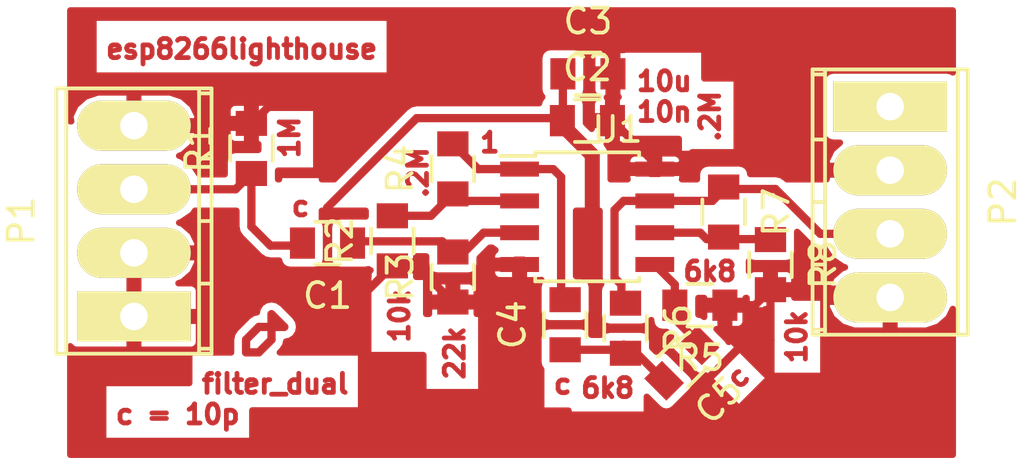
<source format=kicad_pcb>
(kicad_pcb (version 4) (host pcbnew 4.0.6-e0-6349~53~ubuntu16.04.1)

  (general
    (links 31)
    (no_connects 0)
    (area 31.11472 35.5056 72.52528 54.228901)
    (thickness 1.6)
    (drawings 16)
    (tracks 133)
    (zones 0)
    (modules 16)
    (nets 11)
  )

  (page User 139.7 139.7)
  (layers
    (0 F.Cu signal)
    (31 B.Cu signal)
    (32 B.Adhes user)
    (33 F.Adhes user)
    (34 B.Paste user)
    (35 F.Paste user)
    (36 B.SilkS user)
    (37 F.SilkS user)
    (38 B.Mask user)
    (39 F.Mask user)
    (40 Dwgs.User user)
    (41 Cmts.User user)
    (42 Eco1.User user)
    (43 Eco2.User user)
    (44 Edge.Cuts user)
    (45 Margin user)
    (46 B.CrtYd user)
    (47 F.CrtYd user)
    (48 B.Fab user)
    (49 F.Fab user)
  )

  (setup
    (last_trace_width 0.3302)
    (trace_clearance 0.2794)
    (zone_clearance 0.3048)
    (zone_45_only no)
    (trace_min 0.2)
    (segment_width 0.2)
    (edge_width 1.524)
    (via_size 0.6)
    (via_drill 0.4)
    (via_min_size 0.4)
    (via_min_drill 0.3)
    (uvia_size 0.3)
    (uvia_drill 0.1)
    (uvias_allowed no)
    (uvia_min_size 0)
    (uvia_min_drill 0)
    (pcb_text_width 0.1905)
    (pcb_text_size 0.762 0.762)
    (mod_edge_width 0.15)
    (mod_text_size 1 1)
    (mod_text_width 0.15)
    (pad_size 1.99898 4.53898)
    (pad_drill 1.09728)
    (pad_to_mask_clearance 0.2)
    (aux_axis_origin 0 0)
    (visible_elements FFFFFF7F)
    (pcbplotparams
      (layerselection 0x00000_00000001)
      (usegerberextensions false)
      (excludeedgelayer true)
      (linewidth 0.100000)
      (plotframeref false)
      (viasonmask false)
      (mode 1)
      (useauxorigin false)
      (hpglpennumber 1)
      (hpglpenspeed 20)
      (hpglpendiameter 15)
      (hpglpenoverlay 2)
      (psnegative false)
      (psa4output false)
      (plotreference true)
      (plotvalue true)
      (plotinvisibletext false)
      (padsonsilk false)
      (subtractmaskfromsilk false)
      (outputformat 2)
      (mirror false)
      (drillshape 1)
      (scaleselection 1)
      (outputdirectory ""))
  )

  (net 0 "")
  (net 1 "Net-(C1-Pad1)")
  (net 2 "Net-(C1-Pad2)")
  (net 3 GND)
  (net 4 +3V3)
  (net 5 "Net-(C4-Pad1)")
  (net 6 "Net-(C4-Pad2)")
  (net 7 "Net-(C5-Pad1)")
  (net 8 "Net-(P2-Pad3)")
  (net 9 "Net-(R2-Pad2)")
  (net 10 "Net-(R7-Pad2)")

  (net_class Default "This is the default net class."
    (clearance 0.2794)
    (trace_width 0.3302)
    (via_dia 0.6)
    (via_drill 0.4)
    (uvia_dia 0.3)
    (uvia_drill 0.1)
    (add_net +3V3)
    (add_net GND)
    (add_net "Net-(C1-Pad1)")
    (add_net "Net-(C1-Pad2)")
    (add_net "Net-(C4-Pad1)")
    (add_net "Net-(C4-Pad2)")
    (add_net "Net-(C5-Pad1)")
    (add_net "Net-(P2-Pad3)")
    (add_net "Net-(R2-Pad2)")
    (add_net "Net-(R7-Pad2)")
  )

  (module TerminalBlock_Pheonix_MPT-2.54mm_4pol (layer F.Cu) (tedit 58DC02EF) (tstamp 58E64F6A)
    (at 66.87 39.97 270)
    (descr "4-way 2.54mm pitch terminal block, Phoenix MPT series")
    (path /58DC07F2)
    (fp_text reference P2 (at 3.81 -4.50088 270) (layer F.SilkS)
      (effects (font (size 1 1) (thickness 0.15)))
    )
    (fp_text value CONN_01X04 (at 3.81 4.50088 270) (layer F.Fab)
      (effects (font (size 1 1) (thickness 0.15)))
    )
    (fp_line (start -1.778 -3.302) (end 9.398 -3.302) (layer F.CrtYd) (width 0.05))
    (fp_line (start -1.778 3.302) (end -1.778 -3.302) (layer F.CrtYd) (width 0.05))
    (fp_line (start 9.398 3.302) (end -1.778 3.302) (layer F.CrtYd) (width 0.05))
    (fp_line (start 9.398 -3.302) (end 9.398 3.302) (layer F.CrtYd) (width 0.05))
    (fp_line (start 9.11098 -3.0988) (end -1.49098 -3.0988) (layer F.SilkS) (width 0.15))
    (fp_line (start -1.49098 -2.70002) (end 9.11098 -2.70002) (layer F.SilkS) (width 0.15))
    (fp_line (start -1.49098 2.60096) (end 9.11098 2.60096) (layer F.SilkS) (width 0.15))
    (fp_line (start 9.11098 3.0988) (end -1.49098 3.0988) (layer F.SilkS) (width 0.15))
    (fp_line (start 6.30682 2.60096) (end 6.30682 3.0988) (layer F.SilkS) (width 0.15))
    (fp_line (start 3.81 2.60096) (end 3.81 3.0988) (layer F.SilkS) (width 0.15))
    (fp_line (start -1.28778 3.0988) (end -1.28778 2.60096) (layer F.SilkS) (width 0.15))
    (fp_line (start 8.91032 2.60096) (end 8.91032 3.0988) (layer F.SilkS) (width 0.15))
    (fp_line (start 1.31318 3.0988) (end 1.31318 2.60096) (layer F.SilkS) (width 0.15))
    (fp_line (start 9.10844 3.0988) (end 9.10844 -3.0988) (layer F.SilkS) (width 0.15))
    (fp_line (start -1.4859 -3.0988) (end -1.4859 3.0988) (layer F.SilkS) (width 0.15))
    (pad 4 thru_hole oval (at 7.62 0 90) (size 1.99898 4.53898) (drill 1.09728) (layers *.Cu *.Mask F.SilkS)
      (net 3 GND))
    (pad 1 thru_hole rect (at 0 0 90) (size 1.99898 4.53898) (drill 1.09728) (layers *.Cu *.Mask F.SilkS))
    (pad 2 thru_hole oval (at 2.54 0 90) (size 1.99898 4.53898) (drill 1.09728) (layers *.Cu *.Mask F.SilkS)
      (net 4 +3V3))
    (pad 3 thru_hole oval (at 5.08 0 90) (size 1.99898 4.53898) (drill 1.09728) (layers *.Cu *.Mask F.SilkS)
      (net 8 "Net-(P2-Pad3)"))
    (model Terminal_Blocks.3dshapes/TerminalBlock_Pheonix_MPT-2.54mm_4pol.wrl
      (at (xyz 0.15 0 0))
      (scale (xyz 1 1 1))
      (rotate (xyz 0 0 0))
    )
  )

  (module C_0805 (layer F.Cu) (tedit 5415D6EA) (tstamp 58E64F0C)
    (at 44.4 45.42 180)
    (descr "Capacitor SMD 0805, reflow soldering, AVX (see smccp.pdf)")
    (tags "capacitor 0805")
    (path /58DBEC39)
    (attr smd)
    (fp_text reference C1 (at 0 -2.1 180) (layer F.SilkS)
      (effects (font (size 1 1) (thickness 0.15)))
    )
    (fp_text value 10p (at 0 2.1 180) (layer F.Fab)
      (effects (font (size 1 1) (thickness 0.15)))
    )
    (fp_line (start -1.8 -1) (end 1.8 -1) (layer F.CrtYd) (width 0.05))
    (fp_line (start -1.8 1) (end 1.8 1) (layer F.CrtYd) (width 0.05))
    (fp_line (start -1.8 -1) (end -1.8 1) (layer F.CrtYd) (width 0.05))
    (fp_line (start 1.8 -1) (end 1.8 1) (layer F.CrtYd) (width 0.05))
    (fp_line (start 0.5 -0.85) (end -0.5 -0.85) (layer F.SilkS) (width 0.15))
    (fp_line (start -0.5 0.85) (end 0.5 0.85) (layer F.SilkS) (width 0.15))
    (pad 1 smd rect (at -1 0 180) (size 1 1.25) (layers F.Cu F.Paste F.Mask)
      (net 1 "Net-(C1-Pad1)"))
    (pad 2 smd rect (at 1 0 180) (size 1 1.25) (layers F.Cu F.Paste F.Mask)
      (net 2 "Net-(C1-Pad2)"))
    (model Capacitors_SMD.3dshapes/C_0805.wrl
      (at (xyz 0 0 0))
      (scale (xyz 1 1 1))
      (rotate (xyz 0 0 0))
    )
  )

  (module C_0805 (layer F.Cu) (tedit 5415D6EA) (tstamp 58E64F18)
    (at 54.78 40.53)
    (descr "Capacitor SMD 0805, reflow soldering, AVX (see smccp.pdf)")
    (tags "capacitor 0805")
    (path /58DBE9BC)
    (attr smd)
    (fp_text reference C2 (at 0 -2.1) (layer F.SilkS)
      (effects (font (size 1 1) (thickness 0.15)))
    )
    (fp_text value 10n (at 0 2.1) (layer F.Fab)
      (effects (font (size 1 1) (thickness 0.15)))
    )
    (fp_line (start -1.8 -1) (end 1.8 -1) (layer F.CrtYd) (width 0.05))
    (fp_line (start -1.8 1) (end 1.8 1) (layer F.CrtYd) (width 0.05))
    (fp_line (start -1.8 -1) (end -1.8 1) (layer F.CrtYd) (width 0.05))
    (fp_line (start 1.8 -1) (end 1.8 1) (layer F.CrtYd) (width 0.05))
    (fp_line (start 0.5 -0.85) (end -0.5 -0.85) (layer F.SilkS) (width 0.15))
    (fp_line (start -0.5 0.85) (end 0.5 0.85) (layer F.SilkS) (width 0.15))
    (pad 1 smd rect (at -1 0) (size 1 1.25) (layers F.Cu F.Paste F.Mask)
      (net 3 GND))
    (pad 2 smd rect (at 1 0) (size 1 1.25) (layers F.Cu F.Paste F.Mask)
      (net 4 +3V3))
    (model Capacitors_SMD.3dshapes/C_0805.wrl
      (at (xyz 0 0 0))
      (scale (xyz 1 1 1))
      (rotate (xyz 0 0 0))
    )
  )

  (module C_0805 (layer F.Cu) (tedit 5415D6EA) (tstamp 58E64F24)
    (at 54.8 38.66)
    (descr "Capacitor SMD 0805, reflow soldering, AVX (see smccp.pdf)")
    (tags "capacitor 0805")
    (path /58DBEA31)
    (attr smd)
    (fp_text reference C3 (at 0 -2.1) (layer F.SilkS)
      (effects (font (size 1 1) (thickness 0.15)))
    )
    (fp_text value 10u (at 0 2.1) (layer F.Fab)
      (effects (font (size 1 1) (thickness 0.15)))
    )
    (fp_line (start -1.8 -1) (end 1.8 -1) (layer F.CrtYd) (width 0.05))
    (fp_line (start -1.8 1) (end 1.8 1) (layer F.CrtYd) (width 0.05))
    (fp_line (start -1.8 -1) (end -1.8 1) (layer F.CrtYd) (width 0.05))
    (fp_line (start 1.8 -1) (end 1.8 1) (layer F.CrtYd) (width 0.05))
    (fp_line (start 0.5 -0.85) (end -0.5 -0.85) (layer F.SilkS) (width 0.15))
    (fp_line (start -0.5 0.85) (end 0.5 0.85) (layer F.SilkS) (width 0.15))
    (pad 1 smd rect (at -1 0) (size 1 1.25) (layers F.Cu F.Paste F.Mask)
      (net 3 GND))
    (pad 2 smd rect (at 1 0) (size 1 1.25) (layers F.Cu F.Paste F.Mask)
      (net 4 +3V3))
    (model Capacitors_SMD.3dshapes/C_0805.wrl
      (at (xyz 0 0 0))
      (scale (xyz 1 1 1))
      (rotate (xyz 0 0 0))
    )
  )

  (module C_0805 (layer F.Cu) (tedit 58DC0559) (tstamp 58E64F30)
    (at 53.89 48.68 90)
    (descr "Capacitor SMD 0805, reflow soldering, AVX (see smccp.pdf)")
    (tags "capacitor 0805")
    (path /58DC00E2)
    (attr smd)
    (fp_text reference C4 (at 0 -2.1 90) (layer F.SilkS)
      (effects (font (size 1 1) (thickness 0.15)))
    )
    (fp_text value 10p (at 0.03 -0.33 90) (layer F.Fab)
      (effects (font (size 1 1) (thickness 0.15)))
    )
    (fp_line (start -1.8 -1) (end 1.8 -1) (layer F.CrtYd) (width 0.05))
    (fp_line (start -1.8 1) (end 1.8 1) (layer F.CrtYd) (width 0.05))
    (fp_line (start -1.8 -1) (end -1.8 1) (layer F.CrtYd) (width 0.05))
    (fp_line (start 1.8 -1) (end 1.8 1) (layer F.CrtYd) (width 0.05))
    (fp_line (start 0.5 -0.85) (end -0.5 -0.85) (layer F.SilkS) (width 0.15))
    (fp_line (start -0.5 0.85) (end 0.5 0.85) (layer F.SilkS) (width 0.15))
    (pad 1 smd rect (at -1 0 90) (size 1 1.25) (layers F.Cu F.Paste F.Mask)
      (net 5 "Net-(C4-Pad1)"))
    (pad 2 smd rect (at 1 0 90) (size 1 1.25) (layers F.Cu F.Paste F.Mask)
      (net 6 "Net-(C4-Pad2)"))
    (model Capacitors_SMD.3dshapes/C_0805.wrl
      (at (xyz 0 0 0))
      (scale (xyz 1 1 1))
      (rotate (xyz 0 0 0))
    )
  )

  (module C_0805 (layer F.Cu) (tedit 58DC0602) (tstamp 58E64F3C)
    (at 58.55 50.21 225)
    (descr "Capacitor SMD 0805, reflow soldering, AVX (see smccp.pdf)")
    (tags "capacitor 0805")
    (path /58DC01D0)
    (attr smd)
    (fp_text reference C5 (at 0 -2.1 225) (layer F.SilkS)
      (effects (font (size 1 1) (thickness 0.15)))
    )
    (fp_text value 10p (at -0.05 0.26 225) (layer F.Fab)
      (effects (font (size 1 1) (thickness 0.15)))
    )
    (fp_line (start -1.8 -1) (end 1.8 -1) (layer F.CrtYd) (width 0.05))
    (fp_line (start -1.8 1) (end 1.8 1) (layer F.CrtYd) (width 0.05))
    (fp_line (start -1.8 -1) (end -1.8 1) (layer F.CrtYd) (width 0.05))
    (fp_line (start 1.8 -1) (end 1.8 1) (layer F.CrtYd) (width 0.05))
    (fp_line (start 0.5 -0.85) (end -0.5 -0.85) (layer F.SilkS) (width 0.15))
    (fp_line (start -0.5 0.85) (end 0.5 0.85) (layer F.SilkS) (width 0.15))
    (pad 1 smd rect (at -1 0 225) (size 1 1.25) (layers F.Cu F.Paste F.Mask)
      (net 7 "Net-(C5-Pad1)"))
    (pad 2 smd rect (at 1 0 225) (size 1 1.25) (layers F.Cu F.Paste F.Mask)
      (net 5 "Net-(C4-Pad1)"))
    (model Capacitors_SMD.3dshapes/C_0805.wrl
      (at (xyz 0 0 0))
      (scale (xyz 1 1 1))
      (rotate (xyz 0 0 0))
    )
  )

  (module TerminalBlock_Pheonix_MPT-2.54mm_4pol (layer F.Cu) (tedit 58DC02C7) (tstamp 58E64F53)
    (at 36.67 48.35 90)
    (descr "4-way 2.54mm pitch terminal block, Phoenix MPT series")
    (path /58DBE47A)
    (fp_text reference P1 (at 3.81 -4.50088 90) (layer F.SilkS)
      (effects (font (size 1 1) (thickness 0.15)))
    )
    (fp_text value CONN_01X04 (at 3.81 4.50088 90) (layer F.Fab)
      (effects (font (size 1 1) (thickness 0.15)))
    )
    (fp_line (start -1.778 -3.302) (end 9.398 -3.302) (layer F.CrtYd) (width 0.05))
    (fp_line (start -1.778 3.302) (end -1.778 -3.302) (layer F.CrtYd) (width 0.05))
    (fp_line (start 9.398 3.302) (end -1.778 3.302) (layer F.CrtYd) (width 0.05))
    (fp_line (start 9.398 -3.302) (end 9.398 3.302) (layer F.CrtYd) (width 0.05))
    (fp_line (start 9.11098 -3.0988) (end -1.49098 -3.0988) (layer F.SilkS) (width 0.15))
    (fp_line (start -1.49098 -2.70002) (end 9.11098 -2.70002) (layer F.SilkS) (width 0.15))
    (fp_line (start -1.49098 2.60096) (end 9.11098 2.60096) (layer F.SilkS) (width 0.15))
    (fp_line (start 9.11098 3.0988) (end -1.49098 3.0988) (layer F.SilkS) (width 0.15))
    (fp_line (start 6.30682 2.60096) (end 6.30682 3.0988) (layer F.SilkS) (width 0.15))
    (fp_line (start 3.81 2.60096) (end 3.81 3.0988) (layer F.SilkS) (width 0.15))
    (fp_line (start -1.28778 3.0988) (end -1.28778 2.60096) (layer F.SilkS) (width 0.15))
    (fp_line (start 8.91032 2.60096) (end 8.91032 3.0988) (layer F.SilkS) (width 0.15))
    (fp_line (start 1.31318 3.0988) (end 1.31318 2.60096) (layer F.SilkS) (width 0.15))
    (fp_line (start 9.10844 3.0988) (end 9.10844 -3.0988) (layer F.SilkS) (width 0.15))
    (fp_line (start -1.4859 -3.0988) (end -1.4859 3.0988) (layer F.SilkS) (width 0.15))
    (pad 4 thru_hole oval (at 7.62 0 270) (size 1.99898 4.53898) (drill 1.09728) (layers *.Cu *.Mask F.SilkS)
      (net 4 +3V3))
    (pad 1 thru_hole rect (at 0 0 270) (size 1.99898 4.53898) (drill 1.09728) (layers *.Cu *.Mask F.SilkS)
      (net 3 GND))
    (pad 2 thru_hole oval (at 2.54 0 270) (size 1.99898 4.53898) (drill 1.09728) (layers *.Cu *.Mask F.SilkS)
      (net 3 GND))
    (pad 3 thru_hole oval (at 5.08 0 270) (size 1.99898 4.53898) (drill 1.09728) (layers *.Cu *.Mask F.SilkS)
      (net 2 "Net-(C1-Pad2)"))
    (model Terminal_Blocks.3dshapes/TerminalBlock_Pheonix_MPT-2.54mm_4pol.wrl
      (at (xyz 0.15 0 0))
      (scale (xyz 1 1 1))
      (rotate (xyz 0 0 0))
    )
  )

  (module C_0805 (layer F.Cu) (tedit 5415D6EA) (tstamp 58E64F76)
    (at 41.36 41.64 90)
    (descr "Capacitor SMD 0805, reflow soldering, AVX (see smccp.pdf)")
    (tags "capacitor 0805")
    (path /58DBE40A)
    (attr smd)
    (fp_text reference R1 (at 0 -2.1 90) (layer F.SilkS)
      (effects (font (size 1 1) (thickness 0.15)))
    )
    (fp_text value 1M (at 0 2.1 90) (layer F.Fab)
      (effects (font (size 1 1) (thickness 0.15)))
    )
    (fp_line (start -1.8 -1) (end 1.8 -1) (layer F.CrtYd) (width 0.05))
    (fp_line (start -1.8 1) (end 1.8 1) (layer F.CrtYd) (width 0.05))
    (fp_line (start -1.8 -1) (end -1.8 1) (layer F.CrtYd) (width 0.05))
    (fp_line (start 1.8 -1) (end 1.8 1) (layer F.CrtYd) (width 0.05))
    (fp_line (start 0.5 -0.85) (end -0.5 -0.85) (layer F.SilkS) (width 0.15))
    (fp_line (start -0.5 0.85) (end 0.5 0.85) (layer F.SilkS) (width 0.15))
    (pad 1 smd rect (at -1 0 90) (size 1 1.25) (layers F.Cu F.Paste F.Mask)
      (net 2 "Net-(C1-Pad2)"))
    (pad 2 smd rect (at 1 0 90) (size 1 1.25) (layers F.Cu F.Paste F.Mask)
      (net 4 +3V3))
    (model Capacitors_SMD.3dshapes/C_0805.wrl
      (at (xyz 0 0 0))
      (scale (xyz 1 1 1))
      (rotate (xyz 0 0 0))
    )
  )

  (module C_0805 (layer F.Cu) (tedit 5415D6EA) (tstamp 58E64F82)
    (at 46.99 45.33 90)
    (descr "Capacitor SMD 0805, reflow soldering, AVX (see smccp.pdf)")
    (tags "capacitor 0805")
    (path /58DBFEA3)
    (attr smd)
    (fp_text reference R2 (at 0 -2.1 90) (layer F.SilkS)
      (effects (font (size 1 1) (thickness 0.15)))
    )
    (fp_text value 10k (at 0 2.1 90) (layer F.Fab)
      (effects (font (size 1 1) (thickness 0.15)))
    )
    (fp_line (start -1.8 -1) (end 1.8 -1) (layer F.CrtYd) (width 0.05))
    (fp_line (start -1.8 1) (end 1.8 1) (layer F.CrtYd) (width 0.05))
    (fp_line (start -1.8 -1) (end -1.8 1) (layer F.CrtYd) (width 0.05))
    (fp_line (start 1.8 -1) (end 1.8 1) (layer F.CrtYd) (width 0.05))
    (fp_line (start 0.5 -0.85) (end -0.5 -0.85) (layer F.SilkS) (width 0.15))
    (fp_line (start -0.5 0.85) (end 0.5 0.85) (layer F.SilkS) (width 0.15))
    (pad 1 smd rect (at -1 0 90) (size 1 1.25) (layers F.Cu F.Paste F.Mask)
      (net 3 GND))
    (pad 2 smd rect (at 1 0 90) (size 1 1.25) (layers F.Cu F.Paste F.Mask)
      (net 9 "Net-(R2-Pad2)"))
    (model Capacitors_SMD.3dshapes/C_0805.wrl
      (at (xyz 0 0 0))
      (scale (xyz 1 1 1))
      (rotate (xyz 0 0 0))
    )
  )

  (module C_0805 (layer F.Cu) (tedit 5415D6EA) (tstamp 58E64F8E)
    (at 49.406 46.774 90)
    (descr "Capacitor SMD 0805, reflow soldering, AVX (see smccp.pdf)")
    (tags "capacitor 0805")
    (path /58DBFC30)
    (attr smd)
    (fp_text reference R3 (at 0 -2.1 90) (layer F.SilkS)
      (effects (font (size 1 1) (thickness 0.15)))
    )
    (fp_text value 22k (at 0 2.1 90) (layer F.Fab)
      (effects (font (size 1 1) (thickness 0.15)))
    )
    (fp_line (start -1.8 -1) (end 1.8 -1) (layer F.CrtYd) (width 0.05))
    (fp_line (start -1.8 1) (end 1.8 1) (layer F.CrtYd) (width 0.05))
    (fp_line (start -1.8 -1) (end -1.8 1) (layer F.CrtYd) (width 0.05))
    (fp_line (start 1.8 -1) (end 1.8 1) (layer F.CrtYd) (width 0.05))
    (fp_line (start 0.5 -0.85) (end -0.5 -0.85) (layer F.SilkS) (width 0.15))
    (fp_line (start -0.5 0.85) (end 0.5 0.85) (layer F.SilkS) (width 0.15))
    (pad 1 smd rect (at -1 0 90) (size 1 1.25) (layers F.Cu F.Paste F.Mask)
      (net 3 GND))
    (pad 2 smd rect (at 1 0 90) (size 1 1.25) (layers F.Cu F.Paste F.Mask)
      (net 1 "Net-(C1-Pad1)"))
    (model Capacitors_SMD.3dshapes/C_0805.wrl
      (at (xyz 0 0 0))
      (scale (xyz 1 1 1))
      (rotate (xyz 0 0 0))
    )
  )

  (module C_0805 (layer F.Cu) (tedit 5415D6EA) (tstamp 58E64F9A)
    (at 49.406 42.456 90)
    (descr "Capacitor SMD 0805, reflow soldering, AVX (see smccp.pdf)")
    (tags "capacitor 0805")
    (path /58DBFDFF)
    (attr smd)
    (fp_text reference R4 (at 0 -2.1 90) (layer F.SilkS)
      (effects (font (size 1 1) (thickness 0.15)))
    )
    (fp_text value 220k (at 0 2.1 90) (layer F.Fab)
      (effects (font (size 1 1) (thickness 0.15)))
    )
    (fp_line (start -1.8 -1) (end 1.8 -1) (layer F.CrtYd) (width 0.05))
    (fp_line (start -1.8 1) (end 1.8 1) (layer F.CrtYd) (width 0.05))
    (fp_line (start -1.8 -1) (end -1.8 1) (layer F.CrtYd) (width 0.05))
    (fp_line (start 1.8 -1) (end 1.8 1) (layer F.CrtYd) (width 0.05))
    (fp_line (start 0.5 -0.85) (end -0.5 -0.85) (layer F.SilkS) (width 0.15))
    (fp_line (start -0.5 0.85) (end 0.5 0.85) (layer F.SilkS) (width 0.15))
    (pad 1 smd rect (at -1 0 90) (size 1 1.25) (layers F.Cu F.Paste F.Mask)
      (net 9 "Net-(R2-Pad2)"))
    (pad 2 smd rect (at 1 0 90) (size 1 1.25) (layers F.Cu F.Paste F.Mask)
      (net 6 "Net-(C4-Pad2)"))
    (model Capacitors_SMD.3dshapes/C_0805.wrl
      (at (xyz 0 0 0))
      (scale (xyz 1 1 1))
      (rotate (xyz 0 0 0))
    )
  )

  (module C_0805 (layer F.Cu) (tedit 58DC0633) (tstamp 58E64FA6)
    (at 59.27 47.9 180)
    (descr "Capacitor SMD 0805, reflow soldering, AVX (see smccp.pdf)")
    (tags "capacitor 0805")
    (path /58DC02B0)
    (attr smd)
    (fp_text reference R5 (at 0 -2.1 180) (layer F.SilkS)
      (effects (font (size 1 1) (thickness 0.15)))
    )
    (fp_text value 6.8k (at 0.05 0.03 180) (layer F.Fab)
      (effects (font (size 1 1) (thickness 0.15)))
    )
    (fp_line (start -1.8 -1) (end 1.8 -1) (layer F.CrtYd) (width 0.05))
    (fp_line (start -1.8 1) (end 1.8 1) (layer F.CrtYd) (width 0.05))
    (fp_line (start -1.8 -1) (end -1.8 1) (layer F.CrtYd) (width 0.05))
    (fp_line (start 1.8 -1) (end 1.8 1) (layer F.CrtYd) (width 0.05))
    (fp_line (start 0.5 -0.85) (end -0.5 -0.85) (layer F.SilkS) (width 0.15))
    (fp_line (start -0.5 0.85) (end 0.5 0.85) (layer F.SilkS) (width 0.15))
    (pad 1 smd rect (at -1 0 180) (size 1 1.25) (layers F.Cu F.Paste F.Mask)
      (net 3 GND))
    (pad 2 smd rect (at 1 0 180) (size 1 1.25) (layers F.Cu F.Paste F.Mask)
      (net 7 "Net-(C5-Pad1)"))
    (model Capacitors_SMD.3dshapes/C_0805.wrl
      (at (xyz 0 0 0))
      (scale (xyz 1 1 1))
      (rotate (xyz 0 0 0))
    )
  )

  (module C_0805 (layer F.Cu) (tedit 58DC0556) (tstamp 58E64FB2)
    (at 56.3 48.82 270)
    (descr "Capacitor SMD 0805, reflow soldering, AVX (see smccp.pdf)")
    (tags "capacitor 0805")
    (path /58DC044C)
    (attr smd)
    (fp_text reference R6 (at 0 -2.1 270) (layer F.SilkS)
      (effects (font (size 1 1) (thickness 0.15)))
    )
    (fp_text value 6.8k (at 0.27 -0.05 270) (layer F.Fab)
      (effects (font (size 1 1) (thickness 0.15)))
    )
    (fp_line (start -1.8 -1) (end 1.8 -1) (layer F.CrtYd) (width 0.05))
    (fp_line (start -1.8 1) (end 1.8 1) (layer F.CrtYd) (width 0.05))
    (fp_line (start -1.8 -1) (end -1.8 1) (layer F.CrtYd) (width 0.05))
    (fp_line (start 1.8 -1) (end 1.8 1) (layer F.CrtYd) (width 0.05))
    (fp_line (start 0.5 -0.85) (end -0.5 -0.85) (layer F.SilkS) (width 0.15))
    (fp_line (start -0.5 0.85) (end 0.5 0.85) (layer F.SilkS) (width 0.15))
    (pad 1 smd rect (at -1 0 270) (size 1 1.25) (layers F.Cu F.Paste F.Mask)
      (net 8 "Net-(P2-Pad3)"))
    (pad 2 smd rect (at 1 0 270) (size 1 1.25) (layers F.Cu F.Paste F.Mask)
      (net 5 "Net-(C4-Pad1)"))
    (model Capacitors_SMD.3dshapes/C_0805.wrl
      (at (xyz 0 0 0))
      (scale (xyz 1 1 1))
      (rotate (xyz 0 0 0))
    )
  )

  (module C_0805 (layer F.Cu) (tedit 58DC0638) (tstamp 58E64FBE)
    (at 60.22 44.18 270)
    (descr "Capacitor SMD 0805, reflow soldering, AVX (see smccp.pdf)")
    (tags "capacitor 0805")
    (path /58DC0579)
    (attr smd)
    (fp_text reference R7 (at 0 -2.1 270) (layer F.SilkS)
      (effects (font (size 1 1) (thickness 0.15)))
    )
    (fp_text value 220k (at -0.04 0.17 270) (layer F.Fab)
      (effects (font (size 1 1) (thickness 0.15)))
    )
    (fp_line (start -1.8 -1) (end 1.8 -1) (layer F.CrtYd) (width 0.05))
    (fp_line (start -1.8 1) (end 1.8 1) (layer F.CrtYd) (width 0.05))
    (fp_line (start -1.8 -1) (end -1.8 1) (layer F.CrtYd) (width 0.05))
    (fp_line (start 1.8 -1) (end 1.8 1) (layer F.CrtYd) (width 0.05))
    (fp_line (start 0.5 -0.85) (end -0.5 -0.85) (layer F.SilkS) (width 0.15))
    (fp_line (start -0.5 0.85) (end 0.5 0.85) (layer F.SilkS) (width 0.15))
    (pad 1 smd rect (at -1 0 270) (size 1 1.25) (layers F.Cu F.Paste F.Mask)
      (net 8 "Net-(P2-Pad3)"))
    (pad 2 smd rect (at 1 0 270) (size 1 1.25) (layers F.Cu F.Paste F.Mask)
      (net 10 "Net-(R7-Pad2)"))
    (model Capacitors_SMD.3dshapes/C_0805.wrl
      (at (xyz 0 0 0))
      (scale (xyz 1 1 1))
      (rotate (xyz 0 0 0))
    )
  )

  (module C_0805 (layer F.Cu) (tedit 58DC0630) (tstamp 58E64FCA)
    (at 62.09 46.28 270)
    (descr "Capacitor SMD 0805, reflow soldering, AVX (see smccp.pdf)")
    (tags "capacitor 0805")
    (path /58DC05F7)
    (attr smd)
    (fp_text reference R8 (at 0 -2.1 270) (layer F.SilkS)
      (effects (font (size 1 1) (thickness 0.15)))
    )
    (fp_text value 10k (at 0.05 -0.04 270) (layer F.Fab)
      (effects (font (size 1 1) (thickness 0.15)))
    )
    (fp_line (start -1.8 -1) (end 1.8 -1) (layer F.CrtYd) (width 0.05))
    (fp_line (start -1.8 1) (end 1.8 1) (layer F.CrtYd) (width 0.05))
    (fp_line (start -1.8 -1) (end -1.8 1) (layer F.CrtYd) (width 0.05))
    (fp_line (start 1.8 -1) (end 1.8 1) (layer F.CrtYd) (width 0.05))
    (fp_line (start 0.5 -0.85) (end -0.5 -0.85) (layer F.SilkS) (width 0.15))
    (fp_line (start -0.5 0.85) (end 0.5 0.85) (layer F.SilkS) (width 0.15))
    (pad 1 smd rect (at -1 0 270) (size 1 1.25) (layers F.Cu F.Paste F.Mask)
      (net 10 "Net-(R7-Pad2)"))
    (pad 2 smd rect (at 1 0 270) (size 1 1.25) (layers F.Cu F.Paste F.Mask)
      (net 3 GND))
    (model Capacitors_SMD.3dshapes/C_0805.wrl
      (at (xyz 0 0 0))
      (scale (xyz 1 1 1))
      (rotate (xyz 0 0 0))
    )
  )

  (module SOIC-8_3.9x4.9mm_Pitch1.27mm (layer F.Cu) (tedit 58DBFF18) (tstamp 58E64FE1)
    (at 54.77 44.37)
    (descr "8-Lead Plastic Small Outline (SN) - Narrow, 3.90 mm Body [SOIC] (see Microchip Packaging Specification 00000049BS.pdf)")
    (tags "SOIC 1.27")
    (path /58DBDD37)
    (attr smd)
    (fp_text reference U1 (at 1.2089 -3.4836) (layer F.SilkS)
      (effects (font (size 1 1) (thickness 0.15)))
    )
    (fp_text value DUALOPAMP (at 0 3.5) (layer F.Fab)
      (effects (font (size 1 1) (thickness 0.15)))
    )
    (fp_line (start -3.75 -2.75) (end -3.75 2.75) (layer F.CrtYd) (width 0.05))
    (fp_line (start 3.75 -2.75) (end 3.75 2.75) (layer F.CrtYd) (width 0.05))
    (fp_line (start -3.75 -2.75) (end 3.75 -2.75) (layer F.CrtYd) (width 0.05))
    (fp_line (start -3.75 2.75) (end 3.75 2.75) (layer F.CrtYd) (width 0.05))
    (fp_line (start -2.075 -2.575) (end -2.075 -2.43) (layer F.SilkS) (width 0.15))
    (fp_line (start 2.075 -2.575) (end 2.075 -2.43) (layer F.SilkS) (width 0.15))
    (fp_line (start 2.075 2.575) (end 2.075 2.43) (layer F.SilkS) (width 0.15))
    (fp_line (start -2.075 2.575) (end -2.075 2.43) (layer F.SilkS) (width 0.15))
    (fp_line (start -2.075 -2.575) (end 2.075 -2.575) (layer F.SilkS) (width 0.15))
    (fp_line (start -2.075 2.575) (end 2.075 2.575) (layer F.SilkS) (width 0.15))
    (fp_line (start -2.075 -2.43) (end -3.475 -2.43) (layer F.SilkS) (width 0.15))
    (pad 1 smd rect (at -2.7 -1.905) (size 1.55 0.6) (layers F.Cu F.Paste F.Mask)
      (net 6 "Net-(C4-Pad2)"))
    (pad 2 smd rect (at -2.7 -0.635) (size 1.55 0.6) (layers F.Cu F.Paste F.Mask)
      (net 9 "Net-(R2-Pad2)"))
    (pad 3 smd rect (at -2.7 0.635) (size 1.55 0.6) (layers F.Cu F.Paste F.Mask)
      (net 1 "Net-(C1-Pad1)"))
    (pad 4 smd rect (at -2.7 1.905) (size 1.55 0.6) (layers F.Cu F.Paste F.Mask)
      (net 3 GND))
    (pad 5 smd rect (at 2.7 1.905) (size 1.55 0.6) (layers F.Cu F.Paste F.Mask)
      (net 7 "Net-(C5-Pad1)"))
    (pad 6 smd rect (at 2.7 0.635) (size 1.55 0.6) (layers F.Cu F.Paste F.Mask)
      (net 10 "Net-(R7-Pad2)"))
    (pad 7 smd rect (at 2.7 -0.635) (size 1.55 0.6) (layers F.Cu F.Paste F.Mask)
      (net 8 "Net-(P2-Pad3)"))
    (pad 8 smd rect (at 2.7 -1.905) (size 1.55 0.6) (layers F.Cu F.Paste F.Mask)
      (net 4 +3V3))
    (model Housings_SOIC.3dshapes/SOIC-8_3.9x4.9mm_Pitch1.27mm.wrl
      (at (xyz 0 0 0))
      (scale (xyz 1 1 1))
      (rotate (xyz 0 0 0))
    )
  )

  (gr_text esp8266lighthouse (at 40.97 37.67) (layer F.Cu)
    (effects (font (size 0.762 0.762) (thickness 0.1905)))
  )
  (gr_text 10k (at 63.14 49.16 90) (layer F.Cu)
    (effects (font (size 0.762 0.762) (thickness 0.1905)))
  )
  (gr_text .2M (at 59.68 40.35 90) (layer F.Cu)
    (effects (font (size 0.762 0.762) (thickness 0.1905)))
  )
  (gr_text 6k8 (at 59.67 46.55) (layer F.Cu)
    (effects (font (size 0.762 0.762) (thickness 0.1905)))
  )
  (gr_text c (at 60.79 50.77 45) (layer F.Cu)
    (effects (font (size 0.762 0.762) (thickness 0.1905)))
  )
  (gr_text 6k8 (at 55.59 51.21) (layer F.Cu)
    (effects (font (size 0.762 0.762) (thickness 0.1905)))
  )
  (gr_text "10u\n10n" (at 57.85 39.57) (layer F.Cu)
    (effects (font (size 0.762 0.762) (thickness 0.1905)))
  )
  (gr_text filter_dual (at 42.31 51.04) (layer F.Cu)
    (effects (font (size 0.762 0.762) (thickness 0.1905)))
  )
  (gr_text "c = 10p" (at 38.42 52.26) (layer F.Cu)
    (effects (font (size 0.762 0.762) (thickness 0.1905)))
  )
  (gr_text c (at 53.79 51.05) (layer F.Cu)
    (effects (font (size 0.762 0.762) (thickness 0.1905)))
  )
  (gr_text 22k (at 49.48 49.81 90) (layer F.Cu)
    (effects (font (size 0.762 0.762) (thickness 0.1905)))
  )
  (gr_text 1M (at 42.89 41.2 90) (layer F.Cu)
    (effects (font (size 0.762 0.762) (thickness 0.1905)))
  )
  (gr_text c (at 43.32 43.95) (layer F.Cu)
    (effects (font (size 0.762 0.762) (thickness 0.1905)))
  )
  (gr_text 10k (at 47.28 48.33 90) (layer F.Cu)
    (effects (font (size 0.762 0.762) (thickness 0.1905)))
  )
  (gr_text .2M (at 48.01 42.6 90) (layer F.Cu)
    (effects (font (size 0.762 0.762) (thickness 0.1905)))
  )
  (gr_text 1 (at 50.88 41.41) (layer F.Cu)
    (effects (font (size 0.762 0.762) (thickness 0.1905)))
  )

  (segment (start 41.148 49.784) (end 41.656 49.784) (width 0.3302) (layer F.Cu) (net 0))
  (segment (start 41.148 49.276) (end 41.148 49.784) (width 0.3302) (layer F.Cu) (net 0) (tstamp 58E14904))
  (segment (start 41.656 48.768) (end 41.148 49.276) (width 0.3302) (layer F.Cu) (net 0) (tstamp 58E14903))
  (segment (start 42.164 48.768) (end 41.656 48.768) (width 0.3302) (layer F.Cu) (net 0) (tstamp 58E14902))
  (segment (start 42.164 49.276) (end 42.164 48.768) (width 0.3302) (layer F.Cu) (net 0) (tstamp 58E148FE))
  (segment (start 41.656 49.784) (end 42.164 49.276) (width 0.3302) (layer F.Cu) (net 0) (tstamp 58E148FD))
  (segment (start 42.164 48.768) (end 42.672 48.768) (width 0.3302) (layer F.Cu) (net 0) (tstamp 58E148FF))
  (segment (start 42.672 48.768) (end 42.164 48.26) (width 0.3302) (layer F.Cu) (net 0) (tstamp 58E14900))
  (segment (start 42.164 48.26) (end 42.164 48.768) (width 0.3302) (layer F.Cu) (net 0) (tstamp 58E14901))
  (segment (start 49.406 45.774) (end 49.866 45.774) (width 0.3302) (layer F.Cu) (net 1))
  (segment (start 49.866 45.774) (end 50.635 45.005) (width 0.3302) (layer F.Cu) (net 1) (tstamp 58E65317))
  (segment (start 50.635 45.005) (end 52.07 45.005) (width 0.3302) (layer F.Cu) (net 1) (tstamp 58E65318))
  (segment (start 45.36 45.35) (end 48.982 45.35) (width 0.3302) (layer F.Cu) (net 1) (tstamp 58E651BE))
  (segment (start 45.27 45.44) (end 45.36 45.35) (width 0.3302) (layer F.Cu) (net 1) (tstamp 58E651BD))
  (segment (start 48.982 45.35) (end 49.406 45.774) (width 0.3302) (layer F.Cu) (net 1) (tstamp 58E651BF))
  (segment (start 42.12 45.52) (end 43.3 45.52) (width 0.3302) (layer F.Cu) (net 2))
  (segment (start 43.3 45.52) (end 43.4 45.42) (width 0.3302) (layer F.Cu) (net 2) (tstamp 58E65594))
  (segment (start 36.67 43.27) (end 40.73 43.27) (width 0.3302) (layer F.Cu) (net 2))
  (segment (start 40.73 43.27) (end 41.36 42.64) (width 0.3302) (layer F.Cu) (net 2) (tstamp 58E651CB))
  (segment (start 41.36 42.64) (end 41.36 44.76) (width 0.3302) (layer F.Cu) (net 2))
  (segment (start 41.36 44.76) (end 42.12 45.52) (width 0.3302) (layer F.Cu) (net 2) (tstamp 58E651C8))
  (segment (start 42.12 45.52) (end 42.04 45.44) (width 0.3302) (layer F.Cu) (net 2) (tstamp 58E65592))
  (segment (start 59.44 51.1) (end 59.44 51) (width 0.3302) (layer F.Cu) (net 3))
  (segment (start 61.15 49.29) (end 62.09 49.29) (width 0.3302) (layer F.Cu) (net 3) (tstamp 58E656B7))
  (segment (start 59.44 51) (end 61.15 49.29) (width 0.3302) (layer F.Cu) (net 3) (tstamp 58E656B6))
  (segment (start 54.88 48.68) (end 55.08 48.68) (width 0.3302) (layer F.Cu) (net 3))
  (segment (start 60.41 52.07) (end 60.83 52.07) (width 0.3302) (layer F.Cu) (net 3) (tstamp 58E656A2))
  (segment (start 57.62 49.28) (end 59.44 51.1) (width 0.3302) (layer F.Cu) (net 3) (tstamp 58E656A1))
  (segment (start 59.44 51.1) (end 60.41 52.07) (width 0.3302) (layer F.Cu) (net 3) (tstamp 58E656B4))
  (segment (start 57.62 49.15) (end 57.62 49.28) (width 0.3302) (layer F.Cu) (net 3) (tstamp 58E656A0))
  (segment (start 57.27 48.8) (end 57.62 49.15) (width 0.3302) (layer F.Cu) (net 3) (tstamp 58E6569F))
  (segment (start 55.2 48.8) (end 57.27 48.8) (width 0.3302) (layer F.Cu) (net 3) (tstamp 58E6569E))
  (segment (start 55.08 48.68) (end 55.2 48.8) (width 0.3302) (layer F.Cu) (net 3) (tstamp 58E6569D))
  (segment (start 53.78 40.53) (end 53.78 40.9) (width 0.3302) (layer F.Cu) (net 3))
  (segment (start 53.78 40.9) (end 54.84 41.96) (width 0.3302) (layer F.Cu) (net 3) (tstamp 58E6562C))
  (segment (start 54.84 46.47) (end 55.11 46.74) (width 0.3302) (layer F.Cu) (net 3) (tstamp 58E6562E))
  (segment (start 54.84 41.96) (end 54.84 46.47) (width 0.3302) (layer F.Cu) (net 3) (tstamp 58E6562D))
  (segment (start 44.39 47.29) (end 44.39 44) (width 0.3302) (layer F.Cu) (net 3))
  (segment (start 47.96 40.43) (end 53.68 40.43) (width 0.3302) (layer F.Cu) (net 3) (tstamp 58E6559A))
  (segment (start 44.39 44) (end 47.96 40.43) (width 0.3302) (layer F.Cu) (net 3) (tstamp 58E65599))
  (segment (start 53.68 40.43) (end 53.78 40.53) (width 0.3302) (layer F.Cu) (net 3) (tstamp 58E6559C))
  (segment (start 52.994399 53.784399) (end 59.115601 53.784399) (width 0.3302) (layer F.Cu) (net 3))
  (segment (start 59.115601 53.784399) (end 60.83 52.07) (width 0.3302) (layer F.Cu) (net 3))
  (segment (start 52.16 52.95) (end 52.994399 53.784399) (width 0.3302) (layer F.Cu) (net 3))
  (segment (start 52.16 48.45) (end 52.16 52.95) (width 0.3302) (layer F.Cu) (net 3))
  (segment (start 60.83 52.07) (end 62.09 50.81) (width 0.3302) (layer F.Cu) (net 3) (tstamp 58E656A5))
  (segment (start 62.09 50.81) (end 62.09 49.29) (width 0.3302) (layer F.Cu) (net 3))
  (segment (start 62.09 49.29) (end 62.09 47.28) (width 0.3302) (layer F.Cu) (net 3) (tstamp 58E656BA))
  (segment (start 62.09 47.28) (end 66.56 47.28) (width 0.3302) (layer F.Cu) (net 3))
  (segment (start 66.56 47.28) (end 66.87 47.59) (width 0.3302) (layer F.Cu) (net 3) (tstamp 58E6543E))
  (segment (start 51.42 47.62) (end 51.42 47.71) (width 0.3302) (layer F.Cu) (net 3))
  (segment (start 55.11 41.86) (end 53.78 40.53) (width 0.3302) (layer F.Cu) (net 3) (tstamp 58E65406))
  (segment (start 55.11 48.45) (end 55.11 46.74) (width 0.3302) (layer F.Cu) (net 3) (tstamp 58E65405))
  (segment (start 55.11 46.74) (end 55.11 41.86) (width 0.3302) (layer F.Cu) (net 3) (tstamp 58E65631))
  (segment (start 54.88 48.68) (end 55.11 48.45) (width 0.3302) (layer F.Cu) (net 3) (tstamp 58E65404))
  (segment (start 52.39 48.68) (end 54.88 48.68) (width 0.3302) (layer F.Cu) (net 3) (tstamp 58E65403))
  (segment (start 51.42 47.71) (end 52.16 48.45) (width 0.3302) (layer F.Cu) (net 3) (tstamp 58E65402))
  (segment (start 52.16 48.45) (end 52.39 48.68) (width 0.3302) (layer F.Cu) (net 3) (tstamp 58E65430))
  (segment (start 49.406 47.774) (end 51.266 47.774) (width 0.3302) (layer F.Cu) (net 3))
  (segment (start 51.266 47.774) (end 51.42 47.62) (width 0.3302) (layer F.Cu) (net 3) (tstamp 58E65312))
  (segment (start 51.42 47.62) (end 52.07 46.97) (width 0.3302) (layer F.Cu) (net 3) (tstamp 58E65400))
  (segment (start 36.67 48.35) (end 39.97 48.35) (width 0.3302) (layer F.Cu) (net 3))
  (segment (start 39.97 48.35) (end 41.03 47.29) (width 0.3302) (layer F.Cu) (net 3) (tstamp 58E6530D))
  (segment (start 52.07 46.97) (end 52.07 46.275) (width 0.3302) (layer F.Cu) (net 3) (tstamp 58E65315))
  (segment (start 60.27 47.9) (end 61.47 47.9) (width 0.3302) (layer F.Cu) (net 3))
  (segment (start 61.47 47.9) (end 62.09 47.28) (width 0.3302) (layer F.Cu) (net 3) (tstamp 58E65302))
  (segment (start 53.8 38.66) (end 53.8 40.51) (width 0.3302) (layer F.Cu) (net 3))
  (segment (start 53.8 40.51) (end 53.78 40.53) (width 0.3302) (layer F.Cu) (net 3) (tstamp 58E65256))
  (segment (start 36.67 45.81) (end 39.52 45.81) (width 0.3302) (layer F.Cu) (net 3))
  (segment (start 46.03 47.29) (end 46.99 46.33) (width 0.3302) (layer F.Cu) (net 3) (tstamp 58E651D2))
  (segment (start 41 47.29) (end 41.03 47.29) (width 0.3302) (layer F.Cu) (net 3) (tstamp 58E651D0))
  (segment (start 41.03 47.29) (end 44.39 47.29) (width 0.3302) (layer F.Cu) (net 3) (tstamp 58E65310))
  (segment (start 44.39 47.29) (end 46.03 47.29) (width 0.3302) (layer F.Cu) (net 3) (tstamp 58E65597))
  (segment (start 39.52 45.81) (end 41 47.29) (width 0.3302) (layer F.Cu) (net 3) (tstamp 58E651CE))
  (segment (start 46.99 46.33) (end 47.962 46.33) (width 0.3302) (layer F.Cu) (net 3))
  (segment (start 47.962 46.33) (end 49.406 47.774) (width 0.3302) (layer F.Cu) (net 3) (tstamp 58E651C5))
  (segment (start 41.36 40.64) (end 41.38 40.64) (width 0.3302) (layer F.Cu) (net 4))
  (segment (start 41.38 40.64) (end 42.04 39.98) (width 0.3302) (layer F.Cu) (net 4) (tstamp 58E65622))
  (segment (start 55.8 37.62) (end 55.8 38.66) (width 0.3302) (layer F.Cu) (net 4) (tstamp 58E65629))
  (segment (start 55.54 37.36) (end 55.8 37.62) (width 0.3302) (layer F.Cu) (net 4) (tstamp 58E65628))
  (segment (start 52.58 37.36) (end 55.54 37.36) (width 0.3302) (layer F.Cu) (net 4) (tstamp 58E65627))
  (segment (start 51.02 38.92) (end 52.58 37.36) (width 0.3302) (layer F.Cu) (net 4) (tstamp 58E65626))
  (segment (start 48.05 38.92) (end 51.02 38.92) (width 0.3302) (layer F.Cu) (net 4) (tstamp 58E65625))
  (segment (start 46.99 39.98) (end 48.05 38.92) (width 0.3302) (layer F.Cu) (net 4) (tstamp 58E65624))
  (segment (start 42.04 39.98) (end 46.99 39.98) (width 0.3302) (layer F.Cu) (net 4) (tstamp 58E65623))
  (segment (start 66.87 42.51) (end 62.88 42.51) (width 0.3302) (layer F.Cu) (net 4))
  (segment (start 58.345 42.465) (end 57.47 42.465) (width 0.3302) (layer F.Cu) (net 4) (tstamp 58E65456))
  (segment (start 58.98 41.83) (end 58.345 42.465) (width 0.3302) (layer F.Cu) (net 4) (tstamp 58E65455))
  (segment (start 62.2 41.83) (end 58.98 41.83) (width 0.3302) (layer F.Cu) (net 4) (tstamp 58E65454))
  (segment (start 62.88 42.51) (end 62.2 41.83) (width 0.3302) (layer F.Cu) (net 4) (tstamp 58E65453))
  (segment (start 66.87 42.51) (end 65.93 42.51) (width 0.3302) (layer F.Cu) (net 4))
  (segment (start 55.78 40.53) (end 55.78 38.68) (width 0.3302) (layer F.Cu) (net 4))
  (segment (start 55.78 38.68) (end 55.8 38.66) (width 0.3302) (layer F.Cu) (net 4) (tstamp 58E65253))
  (segment (start 57.47 42.465) (end 57.47 42.22) (width 0.3302) (layer F.Cu) (net 4))
  (segment (start 57.47 42.22) (end 55.78 40.53) (width 0.3302) (layer F.Cu) (net 4) (tstamp 58E65250))
  (segment (start 41.36 40.64) (end 36.76 40.64) (width 0.3302) (layer F.Cu) (net 4))
  (segment (start 36.76 40.64) (end 36.67 40.73) (width 0.3302) (layer F.Cu) (net 4) (tstamp 58E651D5))
  (segment (start 56.3 49.82) (end 56.745786 49.82) (width 0.3302) (layer F.Cu) (net 5))
  (segment (start 56.745786 49.82) (end 57.842893 50.917107) (width 0.3302) (layer F.Cu) (net 5) (tstamp 58E6569A))
  (segment (start 53.89 49.68) (end 56.16 49.68) (width 0.3302) (layer F.Cu) (net 5))
  (segment (start 56.16 49.68) (end 56.3 49.82) (width 0.3302) (layer F.Cu) (net 5) (tstamp 58E65697))
  (segment (start 56.23 49.47) (end 56.12 49.58) (width 0.3302) (layer F.Cu) (net 5) (tstamp 58E65647))
  (segment (start 52.07 42.465) (end 53.415 42.465) (width 0.3302) (layer F.Cu) (net 6))
  (segment (start 53.415 42.465) (end 53.72908 42.77908) (width 0.3302) (layer F.Cu) (net 6))
  (segment (start 53.72908 42.77908) (end 53.72908 47.51908) (width 0.3302) (layer F.Cu) (net 6))
  (segment (start 53.72908 47.51908) (end 53.89 47.68) (width 0.3302) (layer F.Cu) (net 6))
  (segment (start 52.07 42.465) (end 50.415 42.465) (width 0.3302) (layer F.Cu) (net 6))
  (segment (start 50.415 42.465) (end 49.406 41.456) (width 0.3302) (layer F.Cu) (net 6) (tstamp 58E651D9))
  (segment (start 59.257107 49.502893) (end 59.257107 49.437107) (width 0.3302) (layer F.Cu) (net 7))
  (segment (start 59.257107 49.437107) (end 58.27 48.45) (width 0.3302) (layer F.Cu) (net 7) (tstamp 58E656A7))
  (segment (start 58.27 48.45) (end 58.27 47.9) (width 0.3302) (layer F.Cu) (net 7) (tstamp 58E656A8))
  (segment (start 58.27 47.9) (end 58.27 47.075) (width 0.3302) (layer F.Cu) (net 7))
  (segment (start 58.27 47.075) (end 57.47 46.275) (width 0.3302) (layer F.Cu) (net 7) (tstamp 58E652D4))
  (segment (start 56.137 47.0788) (end 56.137 47.657) (width 0.3302) (layer F.Cu) (net 8))
  (segment (start 56.137 47.657) (end 56.3 47.82) (width 0.3302) (layer F.Cu) (net 8))
  (segment (start 56.137 47.0788) (end 55.86268 46.80448) (width 0.3302) (layer F.Cu) (net 8))
  (segment (start 55.86268 46.80448) (end 55.86268 44.09732) (width 0.3302) (layer F.Cu) (net 8))
  (segment (start 55.86268 44.09732) (end 56.225 43.735) (width 0.3302) (layer F.Cu) (net 8))
  (segment (start 56.225 43.735) (end 57.47 43.735) (width 0.3302) (layer F.Cu) (net 8))
  (segment (start 66.87 45.05) (end 64.08 45.05) (width 0.3302) (layer F.Cu) (net 8))
  (segment (start 62.29 43.26) (end 60.25 43.26) (width 0.3302) (layer F.Cu) (net 8) (tstamp 58E6544E))
  (segment (start 64.08 45.05) (end 62.29 43.26) (width 0.3302) (layer F.Cu) (net 8) (tstamp 58E6544D))
  (segment (start 57.47 43.735) (end 59.775 43.735) (width 0.3302) (layer F.Cu) (net 8))
  (segment (start 59.775 43.735) (end 60.25 43.26) (width 0.3302) (layer F.Cu) (net 8) (tstamp 58E6535D))
  (segment (start 52.07 43.735) (end 49.685 43.735) (width 0.3302) (layer F.Cu) (net 9))
  (segment (start 49.685 43.735) (end 49.406 43.456) (width 0.3302) (layer F.Cu) (net 9) (tstamp 58E6531B))
  (segment (start 46.99 44.33) (end 48.532 44.33) (width 0.3302) (layer F.Cu) (net 9))
  (segment (start 48.532 44.33) (end 49.406 43.456) (width 0.3302) (layer F.Cu) (net 9) (tstamp 58E651C2))
  (segment (start 60.25 45.26) (end 62.07 45.26) (width 0.3302) (layer F.Cu) (net 10))
  (segment (start 62.07 45.26) (end 62.09 45.28) (width 0.3302) (layer F.Cu) (net 10) (tstamp 58E652DE))
  (segment (start 60.25 45.26) (end 59.54 45.26) (width 0.3302) (layer F.Cu) (net 10))
  (segment (start 59.285 45.005) (end 57.47 45.005) (width 0.3302) (layer F.Cu) (net 10) (tstamp 58E65284))
  (segment (start 59.54 45.26) (end 59.285 45.005) (width 0.3302) (layer F.Cu) (net 10) (tstamp 58E65283))

  (zone (net 4) (net_name +3V3) (layer F.Cu) (tstamp 58E65579) (hatch edge 0.508)
    (connect_pads (clearance 0.3048))
    (min_thickness 0.254)
    (fill yes (arc_segments 16) (thermal_gap 0.2) (thermal_bridge_width 0.6))
    (polygon
      (pts
        (xy 69.5 43) (xy 69.5 36) (xy 34 36) (xy 34 43)
      )
    )
    (filled_polygon
      (pts
        (xy 69.373 38.607453) (xy 69.310775 38.564937) (xy 69.13949 38.530251) (xy 64.60051 38.530251) (xy 64.440495 38.56036)
        (xy 64.29353 38.654929) (xy 64.194937 38.799225) (xy 64.160251 38.97051) (xy 64.160251 40.96949) (xy 64.19036 41.129505)
        (xy 64.284929 41.27647) (xy 64.429225 41.375063) (xy 64.60051 41.409749) (xy 64.865031 41.409749) (xy 64.5397 41.694359)
        (xy 64.328095 42.133394) (xy 64.367341 42.337) (xy 66.697 42.337) (xy 66.697 42.317) (xy 67.043 42.317)
        (xy 67.043 42.337) (xy 67.063 42.337) (xy 67.063 42.683) (xy 67.043 42.683) (xy 67.043 42.703)
        (xy 66.697 42.703) (xy 66.697 42.683) (xy 64.367341 42.683) (xy 64.330718 42.873) (xy 62.747144 42.873)
        (xy 62.712072 42.837928) (xy 62.518424 42.708536) (xy 62.29 42.6631) (xy 61.282079 42.6631) (xy 61.25515 42.519985)
        (xy 61.160581 42.37302) (xy 61.016285 42.274427) (xy 60.845 42.239741) (xy 59.595 42.239741) (xy 59.434985 42.26985)
        (xy 59.28802 42.364419) (xy 59.189427 42.508715) (xy 59.154741 42.68) (xy 59.154741 42.873) (xy 58.554207 42.873)
        (xy 58.572 42.830045) (xy 58.572 42.69675) (xy 58.49025 42.615) (xy 57.643 42.615) (xy 57.643 42.658)
        (xy 57.297 42.658) (xy 57.297 42.615) (xy 56.44975 42.615) (xy 56.368 42.69675) (xy 56.368 42.830045)
        (xy 56.385793 42.873) (xy 55.7069 42.873) (xy 55.7069 42.099955) (xy 56.368 42.099955) (xy 56.368 42.23325)
        (xy 56.44975 42.315) (xy 57.297 42.315) (xy 57.297 41.91975) (xy 57.643 41.91975) (xy 57.643 42.315)
        (xy 58.49025 42.315) (xy 58.572 42.23325) (xy 58.572 42.099955) (xy 58.522217 41.979769) (xy 58.43023 41.887783)
        (xy 58.310044 41.838) (xy 57.72475 41.838) (xy 57.643 41.91975) (xy 57.297 41.91975) (xy 57.21525 41.838)
        (xy 56.629956 41.838) (xy 56.50977 41.887783) (xy 56.417783 41.979769) (xy 56.368 42.099955) (xy 55.7069 42.099955)
        (xy 55.7069 41.86) (xy 55.661464 41.631576) (xy 55.546992 41.460258) (xy 55.607 41.40025) (xy 55.607 40.703)
        (xy 55.03475 40.703) (xy 54.953 40.78475) (xy 54.953 40.858856) (xy 54.720259 40.626115) (xy 54.720259 39.905)
        (xy 54.70802 39.839955) (xy 54.953 39.839955) (xy 54.953 40.27525) (xy 55.03475 40.357) (xy 55.607 40.357)
        (xy 55.607 39.65975) (xy 55.953 39.65975) (xy 55.953 40.357) (xy 55.973 40.357) (xy 55.973 40.703)
        (xy 55.953 40.703) (xy 55.953 41.40025) (xy 56.03475 41.482) (xy 56.345044 41.482) (xy 56.46523 41.432217)
        (xy 56.557217 41.340231) (xy 56.590823 41.2591) (xy 58.42905 41.2591) (xy 58.42905 41.856764) (xy 60.74045 41.856764)
        (xy 60.74045 38.843236) (xy 59.447479 38.843236) (xy 59.447479 37.6904) (xy 56.252522 37.6904) (xy 56.252522 37.708)
        (xy 56.05475 37.708) (xy 55.973 37.78975) (xy 55.973 38.487) (xy 55.993 38.487) (xy 55.993 38.833)
        (xy 55.973 38.833) (xy 55.973 39.53025) (xy 56.02775 39.585) (xy 55.953 39.65975) (xy 55.607 39.65975)
        (xy 55.55225 39.605) (xy 55.627 39.53025) (xy 55.627 38.833) (xy 55.05475 38.833) (xy 54.973 38.91475)
        (xy 54.973 39.350045) (xy 55.022783 39.470231) (xy 55.11477 39.562217) (xy 55.183915 39.590858) (xy 55.09477 39.627783)
        (xy 55.002783 39.719769) (xy 54.953 39.839955) (xy 54.70802 39.839955) (xy 54.69015 39.744985) (xy 54.600084 39.605018)
        (xy 54.60698 39.600581) (xy 54.705573 39.456285) (xy 54.740259 39.285) (xy 54.740259 38.035) (xy 54.72802 37.969955)
        (xy 54.973 37.969955) (xy 54.973 38.40525) (xy 55.05475 38.487) (xy 55.627 38.487) (xy 55.627 37.78975)
        (xy 55.54525 37.708) (xy 55.234956 37.708) (xy 55.11477 37.757783) (xy 55.022783 37.849769) (xy 54.973 37.969955)
        (xy 54.72802 37.969955) (xy 54.71015 37.874985) (xy 54.615581 37.72802) (xy 54.471285 37.629427) (xy 54.3 37.594741)
        (xy 53.3 37.594741) (xy 53.139985 37.62485) (xy 52.99302 37.719419) (xy 52.894427 37.863715) (xy 52.859741 38.035)
        (xy 52.859741 39.285) (xy 52.88985 39.445015) (xy 52.979916 39.584982) (xy 52.97302 39.589419) (xy 52.874427 39.733715)
        (xy 52.854301 39.8331) (xy 47.96 39.8331) (xy 47.731576 39.878536) (xy 47.537928 40.007928) (xy 44.672856 42.873)
        (xy 44.173622 42.873) (xy 44.173622 42.69905) (xy 42.466379 42.69905) (xy 42.466379 42.873) (xy 42.425259 42.873)
        (xy 42.425259 42.525335) (xy 43.95045 42.525335) (xy 43.95045 39.874664) (xy 42.182112 39.874664) (xy 42.170231 39.862783)
        (xy 42.050045 39.813) (xy 41.61475 39.813) (xy 41.533 39.89475) (xy 41.533 40.467) (xy 41.553 40.467)
        (xy 41.553 40.813) (xy 41.533 40.813) (xy 41.533 41.38525) (xy 41.61475 41.467) (xy 41.63905 41.467)
        (xy 41.63905 41.699741) (xy 40.735 41.699741) (xy 40.574985 41.72985) (xy 40.42802 41.824419) (xy 40.329427 41.968715)
        (xy 40.294741 42.14) (xy 40.294741 42.6731) (xy 39.282407 42.6731) (xy 39.004996 42.257925) (xy 38.540652 41.94766)
        (xy 38.474061 41.934414) (xy 38.607457 41.889313) (xy 39.0003 41.545641) (xy 39.211905 41.106606) (xy 39.172659 40.903)
        (xy 36.843 40.903) (xy 36.843 40.923) (xy 36.497 40.923) (xy 36.497 40.903) (xy 36.477 40.903)
        (xy 36.477 40.89475) (xy 40.408 40.89475) (xy 40.408 41.205044) (xy 40.457783 41.32523) (xy 40.549769 41.417217)
        (xy 40.669955 41.467) (xy 41.10525 41.467) (xy 41.187 41.38525) (xy 41.187 40.813) (xy 40.48975 40.813)
        (xy 40.408 40.89475) (xy 36.477 40.89475) (xy 36.477 40.557) (xy 36.497 40.557) (xy 36.497 39.40351)
        (xy 36.843 39.40351) (xy 36.843 40.557) (xy 39.172659 40.557) (xy 39.211905 40.353394) (xy 39.077705 40.074956)
        (xy 40.408 40.074956) (xy 40.408 40.38525) (xy 40.48975 40.467) (xy 41.187 40.467) (xy 41.187 39.89475)
        (xy 41.10525 39.813) (xy 40.669955 39.813) (xy 40.549769 39.862783) (xy 40.457783 39.95477) (xy 40.408 40.074956)
        (xy 39.077705 40.074956) (xy 39.0003 39.914359) (xy 38.607457 39.570687) (xy 38.113 39.40351) (xy 36.843 39.40351)
        (xy 36.497 39.40351) (xy 35.227 39.40351) (xy 34.732543 39.570687) (xy 34.3397 39.914359) (xy 34.128095 40.353394)
        (xy 34.167341 40.556998) (xy 34.127 40.556998) (xy 34.127 36.41905) (xy 35.054521 36.41905) (xy 35.054521 38.73045)
        (xy 46.88548 38.73045) (xy 46.88548 36.41905) (xy 35.054521 36.41905) (xy 34.127 36.41905) (xy 34.127 36.127)
        (xy 69.373 36.127)
      )
    )
  )
  (zone (net 3) (net_name GND) (layer F.Cu) (tstamp 58E6557C) (hatch edge 0.508)
    (connect_pads (clearance 0.3048))
    (min_thickness 0.254)
    (fill yes (arc_segments 16) (thermal_gap 0.2) (thermal_bridge_width 0.6))
    (polygon
      (pts
        (xy 69.5 44) (xy 34 44) (xy 34 54) (xy 69.5 54)
      )
    )
    (filled_polygon
      (pts
        (xy 40.7631 44.76) (xy 40.808536 44.988424) (xy 40.937928 45.182072) (xy 41.697928 45.942072) (xy 41.891576 46.071464)
        (xy 42.12 46.1169) (xy 42.47327 46.1169) (xy 42.48985 46.205015) (xy 42.584419 46.35198) (xy 42.728715 46.450573)
        (xy 42.9 46.485259) (xy 43.9 46.485259) (xy 44.060015 46.45515) (xy 44.20698 46.360581) (xy 44.305573 46.216285)
        (xy 44.340259 46.045) (xy 44.340259 44.795) (xy 44.31015 44.634985) (xy 44.215581 44.48802) (xy 44.173622 44.459351)
        (xy 44.173622 44.127) (xy 45.924741 44.127) (xy 45.924741 44.359751) (xy 45.9 44.354741) (xy 44.9 44.354741)
        (xy 44.739985 44.38485) (xy 44.59302 44.479419) (xy 44.494427 44.623715) (xy 44.459741 44.795) (xy 44.459741 46.045)
        (xy 44.48985 46.205015) (xy 44.584419 46.35198) (xy 44.728715 46.450573) (xy 44.9 46.485259) (xy 45.9 46.485259)
        (xy 46.038 46.459292) (xy 46.038 46.503002) (xy 46.119748 46.503002) (xy 46.038 46.58475) (xy 46.038 46.768807)
        (xy 46.02905 46.768807) (xy 46.02905 49.891192) (xy 48.22905 49.891192) (xy 48.22905 51.371192) (xy 50.54045 51.371192)
        (xy 50.54045 49.18) (xy 52.824741 49.18) (xy 52.824741 50.18) (xy 52.85485 50.340015) (xy 52.936379 50.466715)
        (xy 52.936379 52.11045) (xy 54.028808 52.11045) (xy 54.028808 52.27045) (xy 57.151193 52.27045) (xy 57.151193 51.555134)
        (xy 57.619971 52.023912) (xy 57.754409 52.11577) (xy 57.925199 52.152819) (xy 58.096947 52.120502) (xy 58.242591 52.023912)
        (xy 58.949698 51.316805) (xy 59.041556 51.182367) (xy 59.078605 51.011577) (xy 59.046288 50.839829) (xy 58.949698 50.694185)
        (xy 58.065815 49.810302) (xy 57.931377 49.718444) (xy 57.760587 49.681395) (xy 57.588839 49.713712) (xy 57.525589 49.755659)
        (xy 57.365259 49.595329) (xy 57.365259 49.32) (xy 57.33515 49.159985) (xy 57.240581 49.01302) (xy 57.096285 48.914427)
        (xy 56.925 48.879741) (xy 56.263387 48.879741) (xy 56.23 48.8731) (xy 56.196613 48.879741) (xy 55.675 48.879741)
        (xy 55.514985 48.90985) (xy 55.36802 49.004419) (xy 55.31426 49.0831) (xy 54.937026 49.0831) (xy 54.92515 49.019985)
        (xy 54.830581 48.87302) (xy 54.686285 48.774427) (xy 54.515 48.739741) (xy 53.265 48.739741) (xy 53.104985 48.76985)
        (xy 52.95802 48.864419) (xy 52.859427 49.008715) (xy 52.824741 49.18) (xy 50.54045 49.18) (xy 50.54045 48.248807)
        (xy 50.358 48.248807) (xy 50.358 48.02875) (xy 50.27625 47.947) (xy 49.579 47.947) (xy 49.579 47.967)
        (xy 49.233 47.967) (xy 49.233 47.947) (xy 48.53575 47.947) (xy 48.454 48.02875) (xy 48.454 48.248807)
        (xy 48.34045 48.248807) (xy 48.34045 47.208956) (xy 48.454 47.208956) (xy 48.454 47.51925) (xy 48.53575 47.601)
        (xy 49.233 47.601) (xy 49.233 47.02875) (xy 49.579 47.02875) (xy 49.579 47.601) (xy 50.27625 47.601)
        (xy 50.358 47.51925) (xy 50.358 47.208956) (xy 50.308217 47.08877) (xy 50.216231 46.996783) (xy 50.096045 46.947)
        (xy 49.66075 46.947) (xy 49.579 47.02875) (xy 49.233 47.02875) (xy 49.15125 46.947) (xy 48.715955 46.947)
        (xy 48.595769 46.996783) (xy 48.503783 47.08877) (xy 48.454 47.208956) (xy 48.34045 47.208956) (xy 48.34045 46.768807)
        (xy 47.942 46.768807) (xy 47.942 46.58475) (xy 47.86025 46.503) (xy 47.163 46.503) (xy 47.163 46.523)
        (xy 46.817 46.523) (xy 46.817 46.503) (xy 46.797 46.503) (xy 46.797 46.157) (xy 46.817 46.157)
        (xy 46.817 46.137) (xy 47.163 46.137) (xy 47.163 46.157) (xy 47.86025 46.157) (xy 47.942 46.07525)
        (xy 47.942 45.9469) (xy 48.340741 45.9469) (xy 48.340741 46.274) (xy 48.37085 46.434015) (xy 48.465419 46.58098)
        (xy 48.609715 46.679573) (xy 48.781 46.714259) (xy 50.031 46.714259) (xy 50.191015 46.68415) (xy 50.33798 46.589581)
        (xy 50.394575 46.50675) (xy 50.968 46.50675) (xy 50.968 46.640045) (xy 51.017783 46.760231) (xy 51.10977 46.852217)
        (xy 51.229956 46.902) (xy 51.81525 46.902) (xy 51.897 46.82025) (xy 51.897 46.425) (xy 51.04975 46.425)
        (xy 50.968 46.50675) (xy 50.394575 46.50675) (xy 50.436573 46.445285) (xy 50.471259 46.274) (xy 50.471259 46.012885)
        (xy 50.882244 45.6019) (xy 50.972933 45.6019) (xy 50.979419 45.61198) (xy 51.107832 45.699721) (xy 51.017783 45.789769)
        (xy 50.968 45.909955) (xy 50.968 46.04325) (xy 51.04975 46.125) (xy 51.897 46.125) (xy 51.897 46.082)
        (xy 52.243 46.082) (xy 52.243 46.125) (xy 52.263 46.125) (xy 52.263 46.425) (xy 52.243 46.425)
        (xy 52.243 46.82025) (xy 52.32475 46.902) (xy 52.910044 46.902) (xy 52.941144 46.889118) (xy 52.859427 47.008715)
        (xy 52.824741 47.18) (xy 52.824741 48.18) (xy 52.85485 48.340015) (xy 52.949419 48.48698) (xy 53.093715 48.585573)
        (xy 53.265 48.620259) (xy 54.515 48.620259) (xy 54.675015 48.59015) (xy 54.82198 48.495581) (xy 54.920573 48.351285)
        (xy 54.955259 48.18) (xy 54.955259 47.18) (xy 54.92515 47.019985) (xy 54.830581 46.87302) (xy 54.686285 46.774427)
        (xy 54.515 46.739741) (xy 54.32598 46.739741) (xy 54.32598 44.127) (xy 55.26578 44.127) (xy 55.26578 46.80448)
        (xy 55.311216 47.032904) (xy 55.329678 47.060534) (xy 55.269427 47.148715) (xy 55.234741 47.32) (xy 55.234741 48.32)
        (xy 55.26485 48.480015) (xy 55.359419 48.62698) (xy 55.503715 48.725573) (xy 55.675 48.760259) (xy 56.925 48.760259)
        (xy 57.085015 48.73015) (xy 57.23198 48.635581) (xy 57.329741 48.492503) (xy 57.329741 48.525) (xy 57.35985 48.685015)
        (xy 57.454419 48.83198) (xy 57.598715 48.930573) (xy 57.77 48.965259) (xy 57.941115 48.965259) (xy 58.12138 49.145524)
        (xy 58.058444 49.237633) (xy 58.021395 49.408423) (xy 58.053712 49.580171) (xy 58.150302 49.725815) (xy 59.034185 50.609698)
        (xy 59.168623 50.701556) (xy 59.339413 50.738605) (xy 59.511161 50.706288) (xy 59.515926 50.703128) (xy 60.93625 52.123453)
        (xy 62.143453 50.916249) (xy 61.948396 50.721192) (xy 64.20045 50.721192) (xy 64.20045 47.966606) (xy 64.328095 47.966606)
        (xy 64.5397 48.405641) (xy 64.932543 48.749313) (xy 65.427 48.91649) (xy 66.697 48.91649) (xy 66.697 47.763)
        (xy 64.367341 47.763) (xy 64.328095 47.966606) (xy 64.20045 47.966606) (xy 64.20045 47.598807) (xy 63.042 47.598807)
        (xy 63.042 47.53475) (xy 62.96025 47.453) (xy 62.263 47.453) (xy 62.263 47.473) (xy 61.917 47.473)
        (xy 61.917 47.453) (xy 61.897 47.453) (xy 61.897 47.107) (xy 61.917 47.107) (xy 61.917 46.53475)
        (xy 62.263 46.53475) (xy 62.263 47.107) (xy 62.96025 47.107) (xy 63.042 47.02525) (xy 63.042 46.714956)
        (xy 62.992217 46.59477) (xy 62.900231 46.502783) (xy 62.780045 46.453) (xy 62.34475 46.453) (xy 62.263 46.53475)
        (xy 61.917 46.53475) (xy 61.83525 46.453) (xy 61.399955 46.453) (xy 61.279769 46.502783) (xy 61.231193 46.55136)
        (xy 61.231193 46.142854) (xy 61.293715 46.185573) (xy 61.465 46.220259) (xy 62.715 46.220259) (xy 62.875015 46.19015)
        (xy 63.02198 46.095581) (xy 63.120573 45.951285) (xy 63.155259 45.78) (xy 63.155259 44.969403) (xy 63.657928 45.472072)
        (xy 63.851576 45.601464) (xy 64.08 45.6469) (xy 64.257593 45.6469) (xy 64.535004 46.062075) (xy 64.999348 46.37234)
        (xy 65.065939 46.385586) (xy 64.932543 46.430687) (xy 64.5397 46.774359) (xy 64.328095 47.213394) (xy 64.367341 47.417)
        (xy 66.697 47.417) (xy 66.697 47.397) (xy 67.043 47.397) (xy 67.043 47.417) (xy 67.063 47.417)
        (xy 67.063 47.763) (xy 67.043 47.763) (xy 67.043 48.91649) (xy 68.313 48.91649) (xy 68.807457 48.749313)
        (xy 69.2003 48.405641) (xy 69.373 48.047326) (xy 69.373 53.873) (xy 34.127 53.873) (xy 34.127 51.00905)
        (xy 35.443665 51.00905) (xy 35.443665 53.32045) (xy 41.396336 53.32045) (xy 41.396336 52.10045) (xy 45.739908 52.10045)
        (xy 45.739908 49.78905) (xy 42.495094 49.78905) (xy 42.586072 49.698072) (xy 42.715464 49.504424) (xy 42.746151 49.350151)
        (xy 42.900424 49.319464) (xy 43.094072 49.190072) (xy 43.223464 48.996424) (xy 43.2689 48.768) (xy 43.223464 48.539576)
        (xy 43.094072 48.345928) (xy 42.586072 47.837928) (xy 42.392424 47.708536) (xy 42.164 47.6631) (xy 41.935576 47.708536)
        (xy 41.741928 47.837928) (xy 41.612536 48.031576) (xy 41.581849 48.185849) (xy 41.427576 48.216536) (xy 41.233928 48.345928)
        (xy 40.725928 48.853928) (xy 40.596536 49.047576) (xy 40.5511 49.276) (xy 40.5511 49.784) (xy 40.552104 49.78905)
        (xy 38.880092 49.78905) (xy 38.880092 51.00905) (xy 35.443665 51.00905) (xy 34.127 51.00905) (xy 34.127 49.538427)
        (xy 34.215279 49.626707) (xy 34.335465 49.67649) (xy 36.41525 49.67649) (xy 36.497 49.59474) (xy 36.497 48.523)
        (xy 36.843 48.523) (xy 36.843 49.59474) (xy 36.92475 49.67649) (xy 39.004535 49.67649) (xy 39.124721 49.626707)
        (xy 39.216707 49.53472) (xy 39.26649 49.414534) (xy 39.26649 48.60475) (xy 39.18474 48.523) (xy 36.843 48.523)
        (xy 36.497 48.523) (xy 36.477 48.523) (xy 36.477 48.177) (xy 36.497 48.177) (xy 36.497 45.983)
        (xy 36.843 45.983) (xy 36.843 48.177) (xy 39.18474 48.177) (xy 39.26649 48.09525) (xy 39.26649 47.285466)
        (xy 39.216707 47.16528) (xy 39.124721 47.073293) (xy 39.004535 47.02351) (xy 38.447159 47.02351) (xy 38.607457 46.969313)
        (xy 39.0003 46.625641) (xy 39.211905 46.186606) (xy 39.172659 45.983) (xy 36.843 45.983) (xy 36.497 45.983)
        (xy 36.477 45.983) (xy 36.477 45.637) (xy 36.497 45.637) (xy 36.497 45.617) (xy 36.843 45.617)
        (xy 36.843 45.637) (xy 39.172659 45.637) (xy 39.211905 45.433394) (xy 39.0003 44.994359) (xy 38.607457 44.650687)
        (xy 38.474061 44.605586) (xy 38.540652 44.59234) (xy 39.004996 44.282075) (xy 39.108614 44.127) (xy 40.7631 44.127)
      )
    )
    (filled_polygon
      (pts
        (xy 59.443 47.64525) (xy 59.52475 47.727) (xy 60.097 47.727) (xy 60.097 47.707) (xy 60.443 47.707)
        (xy 60.443 47.727) (xy 61.01525 47.727) (xy 61.097 47.64525) (xy 61.097 47.61045) (xy 61.138 47.61045)
        (xy 61.138 47.845044) (xy 61.187783 47.96523) (xy 61.279769 48.057217) (xy 61.399955 48.107) (xy 61.83525 48.107)
        (xy 61.88905 48.0532) (xy 61.88905 50.661846) (xy 60.509047 49.281843) (xy 60.422531 49.368359) (xy 60.363912 49.279971)
        (xy 59.935941 48.852) (xy 60.01525 48.852) (xy 60.097 48.77025) (xy 60.097 48.073) (xy 60.443 48.073)
        (xy 60.443 48.77025) (xy 60.52475 48.852) (xy 60.835044 48.852) (xy 60.95523 48.802217) (xy 61.047217 48.710231)
        (xy 61.097 48.590045) (xy 61.097 48.15475) (xy 61.01525 48.073) (xy 60.443 48.073) (xy 60.097 48.073)
        (xy 59.52475 48.073) (xy 59.443 48.15475) (xy 59.443 48.370787) (xy 59.345591 48.30423) (xy 59.210259 48.274873)
        (xy 59.210259 47.61045) (xy 59.443 47.61045)
      )
    )
  )
)

</source>
